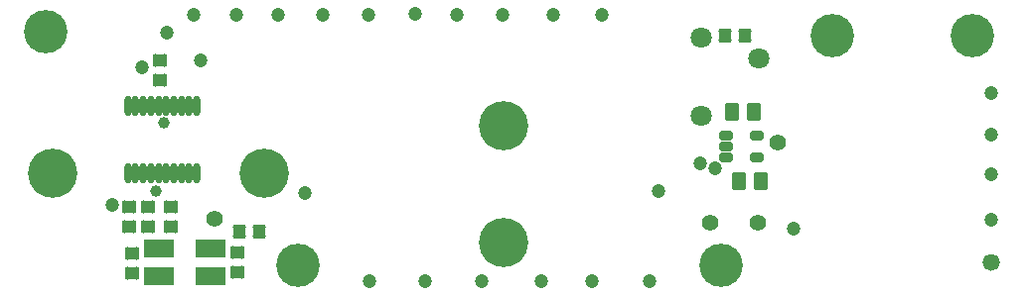
<source format=gbs>
G04 Layer_Color=16711935*
%FSLAX42Y42*%
%MOMM*%
G71*
G01*
G75*
G04:AMPARAMS|DCode=34|XSize=1.2mm|YSize=1.1mm|CornerRadius=0.21mm|HoleSize=0mm|Usage=FLASHONLY|Rotation=90.000|XOffset=0mm|YOffset=0mm|HoleType=Round|Shape=RoundedRectangle|*
%AMROUNDEDRECTD34*
21,1,1.20,0.68,0,0,90.0*
21,1,0.78,1.10,0,0,90.0*
1,1,0.43,0.34,0.39*
1,1,0.43,0.34,-0.39*
1,1,0.43,-0.34,-0.39*
1,1,0.43,-0.34,0.39*
%
%ADD34ROUNDEDRECTD34*%
%ADD35C,3.70*%
%ADD36C,1.80*%
%ADD37C,4.20*%
%ADD38C,1.40*%
%ADD39C,1.20*%
%ADD40C,1.00*%
%ADD41C,1.47*%
G04:AMPARAMS|DCode=42|XSize=0.8mm|YSize=1.2mm|CornerRadius=0.18mm|HoleSize=0mm|Usage=FLASHONLY|Rotation=90.000|XOffset=0mm|YOffset=0mm|HoleType=Round|Shape=RoundedRectangle|*
%AMROUNDEDRECTD42*
21,1,0.80,0.85,0,0,90.0*
21,1,0.45,1.20,0,0,90.0*
1,1,0.35,0.42,0.23*
1,1,0.35,0.42,-0.23*
1,1,0.35,-0.42,-0.23*
1,1,0.35,-0.42,0.23*
%
%ADD42ROUNDEDRECTD42*%
%ADD43O,0.65X1.75*%
G04:AMPARAMS|DCode=44|XSize=1.6mm|YSize=1.2mm|CornerRadius=0.23mm|HoleSize=0mm|Usage=FLASHONLY|Rotation=270.000|XOffset=0mm|YOffset=0mm|HoleType=Round|Shape=RoundedRectangle|*
%AMROUNDEDRECTD44*
21,1,1.60,0.75,0,0,270.0*
21,1,1.15,1.20,0,0,270.0*
1,1,0.45,-0.38,-0.57*
1,1,0.45,-0.38,0.57*
1,1,0.45,0.38,0.57*
1,1,0.45,0.38,-0.57*
%
%ADD44ROUNDEDRECTD44*%
G04:AMPARAMS|DCode=45|XSize=1.2mm|YSize=1.1mm|CornerRadius=0.21mm|HoleSize=0mm|Usage=FLASHONLY|Rotation=0.000|XOffset=0mm|YOffset=0mm|HoleType=Round|Shape=RoundedRectangle|*
%AMROUNDEDRECTD45*
21,1,1.20,0.68,0,0,0.0*
21,1,0.78,1.10,0,0,0.0*
1,1,0.43,0.39,-0.34*
1,1,0.43,-0.39,-0.34*
1,1,0.43,-0.39,0.34*
1,1,0.43,0.39,0.34*
%
%ADD45ROUNDEDRECTD45*%
%ADD46R,2.60X1.50*%
D34*
X6085Y2270D02*
D03*
X6255D02*
D03*
X2115Y590D02*
D03*
X1945D02*
D03*
D35*
X6050Y300D02*
D03*
X2450D02*
D03*
X7000Y2270D02*
D03*
X8200D02*
D03*
X300Y2300D02*
D03*
D36*
X6375Y2070D02*
D03*
X5885Y2250D02*
D03*
Y1580D02*
D03*
D37*
X355Y1095D02*
D03*
X2155D02*
D03*
X4200Y500D02*
D03*
Y1500D02*
D03*
D38*
X5960Y670D02*
D03*
X6370Y670D02*
D03*
X1740Y700D02*
D03*
X6540Y1350D02*
D03*
D39*
X860Y820D02*
D03*
X5880Y1180D02*
D03*
X6000Y1130D02*
D03*
X1330Y2290D02*
D03*
X5520Y940D02*
D03*
X2510Y920D02*
D03*
X8360Y1780D02*
D03*
Y1420D02*
D03*
Y1080D02*
D03*
Y690D02*
D03*
X5440Y170D02*
D03*
X4950D02*
D03*
X4520D02*
D03*
X4010D02*
D03*
X3530D02*
D03*
X3060D02*
D03*
X3443Y2453D02*
D03*
X3800Y2450D02*
D03*
X4190D02*
D03*
X4620D02*
D03*
X5040D02*
D03*
X3050D02*
D03*
X2660D02*
D03*
X2280D02*
D03*
X1920D02*
D03*
X1560D02*
D03*
X1615Y2055D02*
D03*
X1120Y2000D02*
D03*
X6670Y620D02*
D03*
D40*
X1360Y635D02*
D03*
X1240Y940D02*
D03*
X1300Y1520D02*
D03*
D41*
X8360Y330D02*
D03*
D42*
X6100Y1415D02*
D03*
Y1320D02*
D03*
Y1225D02*
D03*
X6360Y1415D02*
D03*
Y1225D02*
D03*
D43*
X1518Y1090D02*
D03*
X1582D02*
D03*
X1387D02*
D03*
X1453D02*
D03*
X1582Y1670D02*
D03*
X1518D02*
D03*
X1453D02*
D03*
X1387D02*
D03*
X1322Y1090D02*
D03*
X1193D02*
D03*
X1258D02*
D03*
X1062D02*
D03*
X1127D02*
D03*
X998D02*
D03*
X1322Y1670D02*
D03*
X1258D02*
D03*
X1127D02*
D03*
X1193D02*
D03*
X998D02*
D03*
X1062D02*
D03*
D44*
X6210Y1020D02*
D03*
X6390D02*
D03*
X6330Y1620D02*
D03*
X6150D02*
D03*
D45*
X1030Y235D02*
D03*
Y405D02*
D03*
X1930Y415D02*
D03*
Y245D02*
D03*
X1360Y635D02*
D03*
Y805D02*
D03*
X1010Y635D02*
D03*
Y805D02*
D03*
X1170Y635D02*
D03*
Y805D02*
D03*
X1270Y1885D02*
D03*
Y2055D02*
D03*
D46*
X1260Y450D02*
D03*
X1700D02*
D03*
Y210D02*
D03*
X1260D02*
D03*
M02*

</source>
